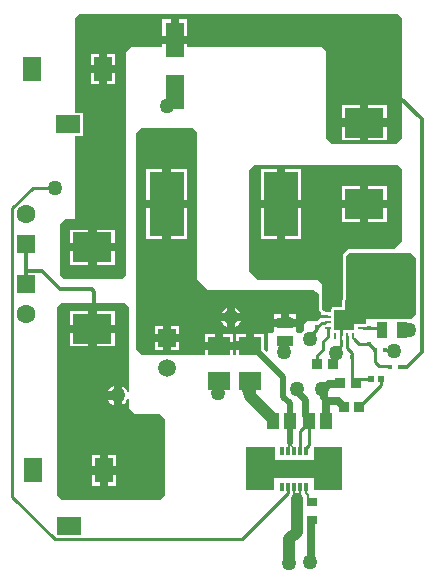
<source format=gtl>
G04*
G04 #@! TF.GenerationSoftware,Altium Limited,Altium Designer,21.1.1 (26)*
G04*
G04 Layer_Physical_Order=1*
G04 Layer_Color=255*
%FSLAX42Y42*%
%MOMM*%
G71*
G04*
G04 #@! TF.SameCoordinates,92C87620-ECAA-41DB-B671-3A6BB777ED9A*
G04*
G04*
G04 #@! TF.FilePolarity,Positive*
G04*
G01*
G75*
%ADD10C,0.25*%
%ADD11C,0.20*%
%ADD15C,0.40*%
%ADD16R,0.85X0.90*%
%ADD17R,1.35X0.95*%
%ADD19R,0.24X0.60*%
%ADD20R,0.60X0.24*%
%ADD21R,2.48X1.55*%
%ADD22R,0.30X0.65*%
%ADD23R,3.30X2.50*%
%ADD24R,1.10X1.35*%
%ADD25R,1.60X3.00*%
%ADD26R,0.90X0.70*%
%ADD27R,1.90X1.50*%
%ADD28R,2.90X5.40*%
%ADD29R,0.45X0.45*%
%ADD30R,0.47X0.47*%
%ADD31R,0.85X1.35*%
%ADD50R,1.68X1.68*%
%ADD51C,0.50*%
%ADD52C,0.30*%
%ADD53C,1.00*%
%ADD54C,0.60*%
%ADD55C,0.70*%
%ADD56R,1.60X1.60*%
%ADD57C,1.60*%
%ADD58R,2.10X1.50*%
%ADD59R,1.50X2.10*%
%ADD60C,1.50*%
%ADD61R,1.50X1.50*%
%ADD62C,0.50*%
%ADD63C,1.27*%
G36*
X5883Y7968D02*
X5917Y7930D01*
X5917Y6910D01*
X5872Y6865D01*
X5325D01*
X5280Y6910D01*
X5280Y7649D01*
X5246Y7682D01*
X4103Y7682D01*
Y7710D01*
X3997D01*
X3892D01*
Y7682D01*
X3625D01*
X3588Y7645D01*
Y5758D01*
X3555Y5725D01*
X3058Y5722D01*
X3027Y5753D01*
X3027Y6187D01*
X3069Y6225D01*
X3155Y6225D01*
X3155Y6930D01*
X3220D01*
Y7130D01*
X3155D01*
X3155Y7928D01*
X3192Y7968D01*
X3208D01*
X5883Y7968D01*
D02*
G37*
G36*
X5922Y6655D02*
X5922Y6042D01*
X5855Y5975D01*
X5472D01*
X5417Y5930D01*
Y5908D01*
Y5682D01*
D01*
X5417D01*
Y5649D01*
X5417Y5649D01*
X5417Y5649D01*
X5417Y5648D01*
Y5646D01*
X5417Y5643D01*
X5417Y5593D01*
X5416Y5488D01*
X5345D01*
X5343Y5485D01*
X5325D01*
Y5467D01*
X5322Y5465D01*
Y5461D01*
X5314Y5452D01*
X5257Y5453D01*
X5254Y5456D01*
X5247Y5460D01*
X5247Y5682D01*
X5205Y5712D01*
X4694D01*
X4625Y5785D01*
X4625Y6640D01*
X4675Y6690D01*
X5878Y6690D01*
X5922Y6655D01*
D02*
G37*
G36*
X4188Y6968D02*
Y5725D01*
X4282Y5630D01*
X5170D01*
X5222Y5591D01*
X5222Y5460D01*
X5222Y5458D01*
Y5455D01*
X5223Y5453D01*
X5224Y5450D01*
X5225Y5448D01*
X5226Y5446D01*
X5228Y5444D01*
X5229Y5442D01*
X5231Y5441D01*
X5233Y5439D01*
X5235Y5438D01*
Y5437D01*
X5235Y5438D01*
X5236Y5437D01*
Y5416D01*
X5290D01*
Y5389D01*
X5278D01*
X5265Y5391D01*
X5244D01*
X5235Y5389D01*
Y5389D01*
X5230Y5388D01*
X5217Y5380D01*
X5217Y5380D01*
X5205Y5367D01*
X5118Y5367D01*
X5090Y5340D01*
X5088D01*
X5088Y5287D01*
X5071Y5271D01*
X5069Y5267D01*
X5028D01*
X5020Y5277D01*
X5020Y5284D01*
Y5315D01*
X4928D01*
X4835D01*
Y5284D01*
X4835Y5277D01*
X4827Y5267D01*
X4785D01*
Y5112D01*
X4773Y5107D01*
X4751Y5129D01*
Y5257D01*
X4666D01*
Y5156D01*
X4631D01*
Y5122D01*
X4511D01*
Y5080D01*
X4493D01*
Y5120D01*
X4373D01*
X4252D01*
Y5080D01*
X3708D01*
X3665Y5128D01*
Y6960D01*
X3708Y7003D01*
X4153D01*
X4188Y6968D01*
D02*
G37*
G36*
X5997Y5940D02*
X6035Y5903D01*
Y5420D01*
X5997Y5382D01*
X5612Y5383D01*
Y5341D01*
X5588D01*
X5574Y5338D01*
X5516D01*
Y5335D01*
X5515D01*
Y5295D01*
X5442Y5295D01*
X5420D01*
X5417Y5292D01*
Y5243D01*
X5416Y5238D01*
X5416Y5237D01*
Y5208D01*
X5392D01*
Y5295D01*
X5355D01*
Y5460D01*
X5442Y5460D01*
X5443Y5627D01*
X5443Y5643D01*
Y5643D01*
Y5643D01*
X5443Y5644D01*
X5443Y5644D01*
Y5644D01*
X5443Y5646D01*
Y5648D01*
X5443Y5649D01*
Y5649D01*
D01*
Y5682D01*
X5443Y5682D01*
Y5908D01*
X5450Y5915D01*
X5483Y5940D01*
X5997Y5940D01*
D02*
G37*
G36*
X3610Y5480D02*
X3610Y4764D01*
X3597Y4762D01*
X3595Y4769D01*
X3584Y4790D01*
X3567Y4806D01*
X3547Y4817D01*
Y4735D01*
Y4653D01*
X3567Y4664D01*
X3584Y4680D01*
X3595Y4701D01*
X3597Y4708D01*
X3610Y4706D01*
Y4626D01*
X3649Y4577D01*
X3870Y4578D01*
X3912Y4535D01*
X3912Y3895D01*
X3870Y3853D01*
X3242Y3853D01*
X3037Y3852D01*
X2998Y3895D01*
X2998Y5117D01*
X2997Y5478D01*
X3037Y5522D01*
X3567Y5522D01*
X3610Y5480D01*
D02*
G37*
G36*
X5415Y3933D02*
X5175D01*
Y4035D01*
X4840D01*
Y3933D01*
X4603D01*
Y4295D01*
X4842D01*
Y4190D01*
X5178D01*
Y4295D01*
X5415D01*
Y3933D01*
D02*
G37*
%LPC*%
G36*
X4103Y7920D02*
X4033D01*
Y7780D01*
X4103D01*
Y7920D01*
D02*
G37*
G36*
X3962D02*
X3892D01*
Y7780D01*
X3962D01*
Y7920D01*
D02*
G37*
G36*
X3490Y7630D02*
X3425D01*
Y7535D01*
X3490D01*
Y7630D01*
D02*
G37*
G36*
X3355D02*
X3290D01*
Y7535D01*
X3355D01*
Y7630D01*
D02*
G37*
G36*
X3490Y7465D02*
X3425D01*
Y7370D01*
X3490D01*
Y7465D01*
D02*
G37*
G36*
X3355D02*
X3290D01*
Y7370D01*
X3355D01*
Y7465D01*
D02*
G37*
G36*
X5790Y7195D02*
X5635D01*
Y7080D01*
X5790D01*
Y7195D01*
D02*
G37*
G36*
X5565D02*
X5410D01*
Y7080D01*
X5565D01*
Y7195D01*
D02*
G37*
G36*
X5790Y7010D02*
X5635D01*
Y6895D01*
X5790D01*
Y7010D01*
D02*
G37*
G36*
X5565D02*
X5410D01*
Y6895D01*
X5565D01*
Y7010D01*
D02*
G37*
G36*
X3490Y6140D02*
X3335D01*
Y6025D01*
X3490D01*
Y6140D01*
D02*
G37*
G36*
X3265D02*
X3110D01*
Y6025D01*
X3265D01*
Y6140D01*
D02*
G37*
G36*
X3490Y5955D02*
X3335D01*
Y5840D01*
X3490D01*
Y5955D01*
D02*
G37*
G36*
X3265D02*
X3110D01*
Y5840D01*
X3265D01*
Y5955D01*
D02*
G37*
G36*
X5790Y6505D02*
X5635D01*
Y6390D01*
X5790D01*
Y6505D01*
D02*
G37*
G36*
X5565D02*
X5410D01*
Y6390D01*
X5565D01*
Y6505D01*
D02*
G37*
G36*
X5068Y6650D02*
X4933D01*
Y6390D01*
X5068D01*
Y6650D01*
D02*
G37*
G36*
X4862D02*
X4727D01*
Y6390D01*
X4862D01*
Y6650D01*
D02*
G37*
G36*
X5790Y6320D02*
X5635D01*
Y6205D01*
X5790D01*
Y6320D01*
D02*
G37*
G36*
X5565D02*
X5410D01*
Y6205D01*
X5565D01*
Y6320D01*
D02*
G37*
G36*
X5068Y6320D02*
X4933D01*
Y6060D01*
X5068D01*
Y6320D01*
D02*
G37*
G36*
X4862D02*
X4727D01*
Y6060D01*
X4862D01*
Y6320D01*
D02*
G37*
G36*
X4098Y6650D02*
X3962D01*
Y6390D01*
X4098D01*
Y6650D01*
D02*
G37*
G36*
X3892D02*
X3757D01*
Y6390D01*
X3892D01*
Y6650D01*
D02*
G37*
G36*
X4098Y6320D02*
X3962D01*
Y6060D01*
X4098D01*
Y6320D01*
D02*
G37*
G36*
X3892D02*
X3757D01*
Y6060D01*
X3892D01*
Y6320D01*
D02*
G37*
G36*
X4508Y5480D02*
Y5433D01*
X4555D01*
X4544Y5452D01*
X4527Y5469D01*
X4508Y5480D01*
D02*
G37*
G36*
X4438D02*
X4418Y5469D01*
X4401Y5452D01*
X4390Y5433D01*
X4438D01*
Y5480D01*
D02*
G37*
G36*
X4970Y5424D02*
X4965Y5423D01*
X4962D01*
Y5385D01*
X5020D01*
Y5423D01*
X4975D01*
X4970Y5424D01*
D02*
G37*
G36*
X4892Y5423D02*
X4835D01*
Y5385D01*
X4892D01*
Y5423D01*
D02*
G37*
G36*
X4555Y5362D02*
X4508D01*
Y5315D01*
X4527Y5326D01*
X4544Y5343D01*
X4555Y5362D01*
D02*
G37*
G36*
X4438D02*
X4390D01*
X4401Y5343D01*
X4418Y5326D01*
X4438Y5315D01*
Y5362D01*
D02*
G37*
G36*
X3983Y5323D02*
X3978Y5322D01*
X3967D01*
Y5256D01*
X4033D01*
Y5267D01*
X4034Y5272D01*
X4033Y5276D01*
Y5322D01*
X3987D01*
X3983Y5323D01*
D02*
G37*
G36*
X3897Y5322D02*
X3832D01*
Y5256D01*
X3897D01*
Y5322D01*
D02*
G37*
G36*
X4596Y5257D02*
X4511D01*
Y5192D01*
X4596D01*
Y5257D01*
D02*
G37*
G36*
X4493Y5255D02*
X4408D01*
Y5190D01*
X4493D01*
Y5255D01*
D02*
G37*
G36*
X4338D02*
X4252D01*
Y5190D01*
X4338D01*
Y5255D01*
D02*
G37*
G36*
X4033Y5187D02*
X3967D01*
Y5121D01*
X4033D01*
Y5187D01*
D02*
G37*
G36*
X3897D02*
X3832D01*
Y5121D01*
X3897D01*
Y5187D01*
D02*
G37*
G36*
X3490Y5450D02*
X3335D01*
Y5335D01*
X3490D01*
Y5450D01*
D02*
G37*
G36*
X3265D02*
X3110D01*
Y5335D01*
X3265D01*
Y5450D01*
D02*
G37*
G36*
X3490Y5265D02*
X3335D01*
Y5150D01*
X3490D01*
Y5265D01*
D02*
G37*
G36*
X3265D02*
X3110D01*
Y5150D01*
X3265D01*
Y5265D01*
D02*
G37*
G36*
X3478Y4817D02*
X3458Y4806D01*
X3441Y4790D01*
X3430Y4770D01*
X3478D01*
Y4817D01*
D02*
G37*
G36*
Y4700D02*
X3430D01*
X3441Y4680D01*
X3458Y4664D01*
X3478Y4653D01*
Y4700D01*
D02*
G37*
G36*
X3500Y4230D02*
X3435D01*
Y4135D01*
X3500D01*
Y4230D01*
D02*
G37*
G36*
X3365D02*
X3300D01*
Y4135D01*
X3365D01*
Y4230D01*
D02*
G37*
G36*
X3500Y4065D02*
X3435D01*
Y3970D01*
X3500D01*
Y4065D01*
D02*
G37*
G36*
X3365D02*
X3300D01*
Y3970D01*
X3365D01*
Y4065D01*
D02*
G37*
%LPD*%
D10*
X4955Y3906D02*
Y3958D01*
X5725Y4985D02*
X5812D01*
X5695Y5015D02*
X5725Y4985D01*
X5058Y4433D02*
X5135Y4510D01*
Y4522D01*
X5058Y4288D02*
X5058Y4288D01*
X5108Y4270D02*
Y4288D01*
X5142Y5216D02*
Y5238D01*
X5203Y5298D01*
Y5311D01*
X5244Y5352D02*
X5265D01*
X5290Y5233D02*
Y5303D01*
X5203Y5311D02*
X5244Y5352D01*
X5250Y5193D02*
X5290Y5233D01*
X5250Y5124D02*
Y5193D01*
X5358Y5110D02*
X5405Y5157D01*
X5358Y5092D02*
Y5110D01*
X5497Y4875D02*
X5660D01*
X5497Y4875D02*
X5497Y4875D01*
X5497Y4875D02*
Y5096D01*
X5455Y5238D02*
X5455Y5237D01*
Y5138D02*
Y5237D01*
X5333Y5003D02*
X5358Y5035D01*
X5405Y5157D02*
Y5204D01*
X5358Y5035D02*
Y5092D01*
X5642Y5172D02*
X5695Y5120D01*
X5560Y5172D02*
X5642D01*
X5695Y5015D02*
Y5120D01*
X5918Y5289D02*
X5981D01*
X5983Y5288D01*
X5740Y4820D02*
Y4875D01*
X5455Y5138D02*
X5497Y5096D01*
X5664Y4744D02*
X5740Y4820D01*
X5664Y4744D02*
X5664D01*
X5558Y4635D02*
Y4638D01*
X5664Y4744D01*
X5517Y5215D02*
X5560Y5172D01*
X5203Y5077D02*
X5250Y5124D01*
X5203Y5003D02*
Y5077D01*
X5108Y4288D02*
X5135Y4315D01*
X5058Y4270D02*
Y4288D01*
X5058Y4288D02*
Y4433D01*
X5135Y4315D02*
Y4522D01*
X5105Y4267D02*
X5108Y4270D01*
X5055Y4267D02*
X5058Y4270D01*
X5588Y5303D02*
X5740D01*
X5753Y5289D01*
X2617Y6318D02*
X2794Y6495D01*
X2617Y3879D02*
X2979Y3517D01*
X5030Y3855D02*
Y3867D01*
X2979Y3517D02*
X4566D01*
X2794Y6495D02*
X2983D01*
X2617Y3879D02*
Y6318D01*
X4566Y3517D02*
X4955Y3906D01*
D11*
X5105Y3940D02*
X5110Y3935D01*
Y3910D02*
Y3935D01*
X5433Y5372D02*
Y5378D01*
X5438D02*
X5463Y5353D01*
X5433Y5378D02*
X5438D01*
X5405Y5344D02*
X5433Y5372D01*
X4970Y4320D02*
X5005Y4285D01*
Y4267D02*
Y4285D01*
X4960Y4272D02*
Y4310D01*
X4970Y4320D01*
X4955Y4267D02*
X4960Y4272D01*
X4970Y4320D02*
Y4330D01*
X5150Y3830D02*
X5180D01*
X5105Y3940D02*
Y3958D01*
X5125Y3855D02*
Y3895D01*
X5110Y3910D02*
X5125Y3895D01*
X5005Y3872D02*
Y3958D01*
Y3872D02*
X5020Y3857D01*
X5055Y3892D02*
Y3958D01*
X5125Y3855D02*
X5150Y3830D01*
X5290Y5403D02*
X5290Y5403D01*
D15*
X5203Y5311D02*
D03*
X5497Y5058D02*
D03*
X5642Y5303D02*
D03*
X4725Y4117D02*
D03*
X5642Y5172D02*
D03*
X5858Y5455D02*
D03*
D16*
X5397Y4842D02*
D03*
X5528D02*
D03*
X5558Y4635D02*
D03*
X5428D02*
D03*
X5203Y5003D02*
D03*
X5333D02*
D03*
D17*
X4928Y5350D02*
D03*
Y5200D02*
D03*
D19*
X5355Y5517D02*
D03*
X5405D02*
D03*
X5455D02*
D03*
X5505D02*
D03*
Y5238D02*
D03*
X5455D02*
D03*
X5405D02*
D03*
X5355D02*
D03*
D20*
X5570Y5453D02*
D03*
Y5403D02*
D03*
Y5353D02*
D03*
Y5303D02*
D03*
X5290D02*
D03*
Y5353D02*
D03*
Y5403D02*
D03*
Y5453D02*
D03*
D21*
X5005Y4112D02*
D03*
D22*
X5105Y3958D02*
D03*
X5055D02*
D03*
X5005D02*
D03*
X4955D02*
D03*
X4905D02*
D03*
Y4267D02*
D03*
X4955D02*
D03*
X5005D02*
D03*
X5055D02*
D03*
X5105D02*
D03*
D23*
X5600Y7045D02*
D03*
Y6355D02*
D03*
X3300Y5300D02*
D03*
Y5990D02*
D03*
D24*
X5135Y4522D02*
D03*
X5275D02*
D03*
X4970Y4522D02*
D03*
X4830D02*
D03*
D25*
X3997Y7305D02*
D03*
Y7745D02*
D03*
D26*
X5160Y3830D02*
D03*
Y3680D02*
D03*
D27*
X4631Y5156D02*
D03*
Y4856D02*
D03*
X4372Y5155D02*
D03*
Y4855D02*
D03*
D28*
X4897Y6355D02*
D03*
X3928D02*
D03*
D29*
X5900Y4978D02*
D03*
X5820D02*
D03*
X5695Y5120D02*
D03*
X5775D02*
D03*
D30*
X5660Y4875D02*
D03*
X5740D02*
D03*
D31*
X5918Y5289D02*
D03*
X5753D02*
D03*
D50*
X5433Y5378D02*
D03*
D51*
X3930Y7188D02*
X3997Y7255D01*
Y7305D01*
X4651Y5156D02*
X4914Y4894D01*
X4970Y4522D02*
Y4669D01*
Y4330D02*
Y4522D01*
X4914Y4725D02*
Y4894D01*
Y4725D02*
X4970Y4669D01*
X4922Y5100D02*
X4925Y5103D01*
Y5197D01*
X4928Y5200D01*
X4631Y5156D02*
X4651D01*
X4928Y5350D02*
X4947D01*
X4970Y5372D01*
X4908Y5350D02*
X4928D01*
X4353Y5155D02*
X4372D01*
X3933Y5222D02*
X3983Y5272D01*
D52*
X2735Y5679D02*
Y5785D01*
X3300Y5300D02*
X3312Y5312D01*
X2735Y5825D02*
Y6016D01*
X2735Y5785D02*
Y5825D01*
Y5785D02*
X2870D01*
X3023Y5633D02*
X3295D01*
X3312Y5615D01*
X2735Y5825D02*
X2735Y5825D01*
Y6016D02*
X2740Y6021D01*
X3312Y5312D02*
Y5615D01*
X2870Y5785D02*
X3023Y5633D01*
X5963Y4978D02*
X6086Y5101D01*
X5900Y4978D02*
X5963D01*
X5888Y7272D02*
X6086Y7074D01*
Y5101D02*
Y7074D01*
X5585Y7060D02*
Y7205D01*
Y7060D02*
X5600Y7045D01*
D53*
X4830Y4522D02*
Y4535D01*
X4631Y4734D02*
X4830Y4535D01*
X4631Y4734D02*
Y4771D01*
X4626Y4777D02*
X4631Y4771D01*
X4962Y3320D02*
X4968Y3325D01*
Y3518D01*
X5030Y3581D01*
Y3855D01*
D54*
X5103Y4567D02*
Y4699D01*
X5028Y4774D02*
Y4792D01*
Y4774D02*
X5103Y4699D01*
D55*
X5256Y4719D02*
Y4777D01*
X5254Y4781D02*
X5305Y4833D01*
X5390D01*
X5245Y4788D02*
X5256Y4777D01*
Y4719D02*
X5275Y4700D01*
X5390Y4833D02*
X5397Y4840D01*
X5254Y4778D02*
Y4781D01*
X5420Y4628D02*
Y4646D01*
X5287Y4688D02*
X5379D01*
X5420Y4646D01*
X5275Y4700D02*
X5287Y4688D01*
X5275Y4522D02*
Y4700D01*
X5397Y4840D02*
Y4842D01*
X5151Y3336D02*
Y3680D01*
X5142Y3328D02*
X5151Y3336D01*
Y3680D02*
X5160D01*
D56*
X2735Y5679D02*
D03*
X2740Y6021D02*
D03*
D57*
X2735Y5426D02*
D03*
X2740Y6275D02*
D03*
D58*
X3090Y7030D02*
D03*
X3100Y3630D02*
D03*
D59*
X2790Y7500D02*
D03*
X3390D02*
D03*
X2800Y4100D02*
D03*
X3400D02*
D03*
D60*
X3933Y4967D02*
D03*
D61*
Y5222D02*
D03*
D62*
X5430Y5378D02*
D03*
X5371Y5437D02*
D03*
Y5319D02*
D03*
X5489D02*
D03*
Y5437D02*
D03*
D63*
X5940Y5760D02*
D03*
Y5580D02*
D03*
X5760Y5760D02*
D03*
Y5580D02*
D03*
X5580Y5760D02*
D03*
X3930Y7188D02*
D03*
X5358Y5092D02*
D03*
X4472Y5397D02*
D03*
X5142Y5216D02*
D03*
X5028Y4792D02*
D03*
X5245Y4788D02*
D03*
X5855Y5110D02*
D03*
X5142Y3328D02*
D03*
X4962Y3320D02*
D03*
X5983Y5288D02*
D03*
X4626Y4777D02*
D03*
X4922Y5100D02*
D03*
X3512Y4735D02*
D03*
X4365Y4755D02*
D03*
X2983Y6495D02*
D03*
M02*

</source>
